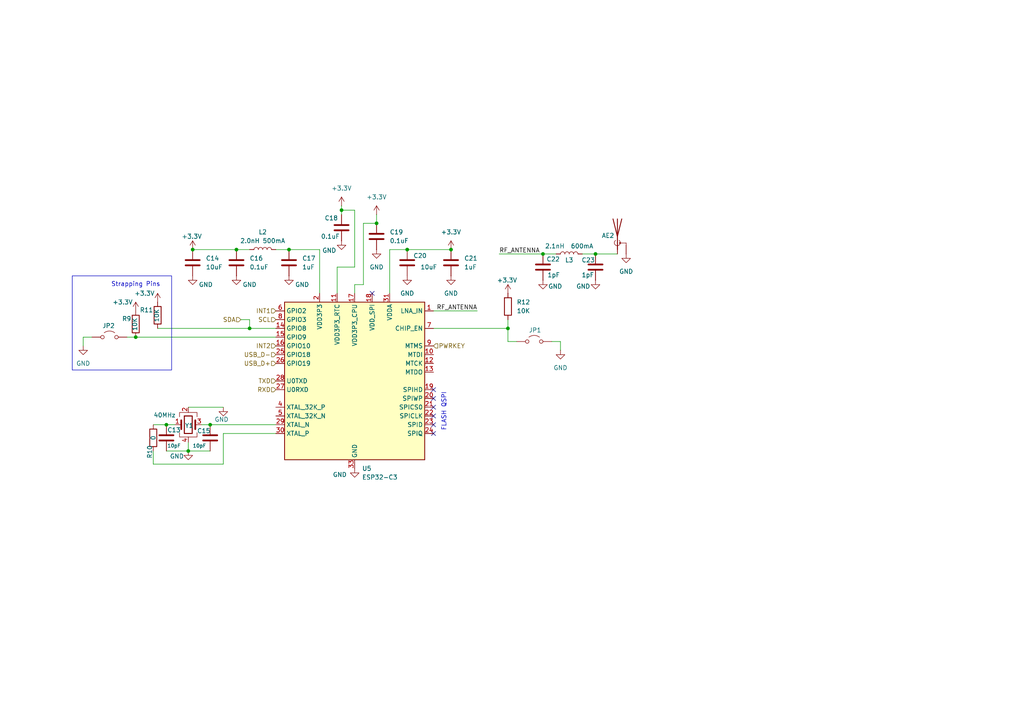
<source format=kicad_sch>
(kicad_sch (version 20250114) (generator "eeschema") (generator_version "9.0")
  (paper "A4")
  (lib_symbols
    (symbol "Device:Antenna_Shield" (pin_numbers (hide yes)) (pin_names (offset 1.016) (hide yes))
      (property "Reference" "AE" (at -1.905 4.445 0))
      (property "Value" "Antenna_Shield" (at -1.905 2.54 0))
      (symbol "Antenna_Shield_0_1"
        (arc (start 0 -2.667) (mid -0.8485 -2.1032) (end -0.508 -1.143))
        (polyline (pts (xy 0 5.08) (xy 0 -3.81)) (stroke (width 0.254)))
        (polyline (pts (xy 0 -2.54) (xy 0 0)))
        (arc (start 0.508 -1.143) (mid 0.8046 -2.0885) (end 0 -2.667))
        (polyline (pts (xy 0.762 -1.905) (xy 2.54 -1.905)))
        (circle (center 0.762 -1.905) (radius 0.1778) (fill (type outline)))
        (polyline (pts (xy 1.27 5.08) (xy 0 0) (xy -1.27 5.08)) (stroke (width 0.254)))
        (polyline (pts (xy 2.54 -2.54) (xy 2.54 -1.905)))
      )
      (symbol "Antenna_Shield_1_1"
        (pin input line (at 0 -5.08 90) (length 2.54) (name "A") (number "1"))
        (pin input line (at 2.54 -5.08 90) (length 2.54) (name "Shield") (number "2"))
      )
    )
    (symbol "Device:C" (pin_numbers (hide yes)) (pin_names (offset 0.254))
      (property "Reference" "C" (at 0.635 2.54 0))
      (property "Value" "C" (at 0.635 -2.54 0))
      (symbol "C_0_1"
        (polyline (pts (xy -2.032 0.762) (xy 2.032 0.762)) (stroke (width 0.508)))
        (polyline (pts (xy -2.032 -0.762) (xy 2.032 -0.762)) (stroke (width 0.508)))
      )
      (symbol "C_1_1"
        (pin passive line (at 0 3.81 270) (length 2.794) (name "~") (number "1"))
        (pin passive line (at 0 -3.81 90) (length 2.794) (name "~") (number "2"))
      )
    )
    (symbol "Device:Crystal_GND24" (pin_names (offset 1.016) (hide yes))
      (property "Reference" "Y" (at 3.175 5.08 0))
      (property "Value" "Crystal_GND24" (at 3.175 3.175 0))
      (symbol "Crystal_GND24_0_1"
        (polyline (pts (xy -2.54 2.286) (xy -2.54 3.556) (xy 2.54 3.556) (xy 2.54 2.286)))
        (polyline (pts (xy -2.54 0) (xy -2.032 0)))
        (polyline (pts (xy -2.54 -2.286) (xy -2.54 -3.556) (xy 2.54 -3.556) (xy 2.54 -2.286)))
        (polyline (pts (xy -2.032 -1.27) (xy -2.032 1.27)) (stroke (width 0.508)))
        (rectangle (start -1.143 2.54) (end 1.143 -2.54) (stroke (width 0.3048)))
        (polyline (pts (xy 0 3.556) (xy 0 3.81)))
        (polyline (pts (xy 0 -3.81) (xy 0 -3.556)))
        (polyline (pts (xy 2.032 0) (xy 2.54 0)))
        (polyline (pts (xy 2.032 -1.27) (xy 2.032 1.27)) (stroke (width 0.508)))
      )
      (symbol "Crystal_GND24_1_1"
        (pin passive line (at -3.81 0 0) (length 1.27) (name "1") (number "1"))
        (pin passive line (at 0 5.08 270) (length 1.27) (name "2") (number "2"))
        (pin passive line (at 0 -5.08 90) (length 1.27) (name "4") (number "4"))
        (pin passive line (at 3.81 0 180) (length 1.27) (name "3") (number "3"))
      )
    )
    (symbol "Device:L" (pin_numbers (hide yes)) (pin_names (offset 1.016) (hide yes))
      (property "Reference" "L" (at -1.27 0 90))
      (property "Value" "L" (at 1.905 0 90))
      (symbol "L_0_1"
        (arc (start 0 2.54) (mid 0.6323 1.905) (end 0 1.27))
        (arc (start 0 1.27) (mid 0.6323 0.635) (end 0 0))
        (arc (start 0 0) (mid 0.6323 -0.635) (end 0 -1.27))
        (arc (start 0 -1.27) (mid 0.6323 -1.905) (end 0 -2.54))
      )
      (symbol "L_1_1"
        (pin passive line (at 0 3.81 270) (length 1.27) (name "1") (number "1"))
        (pin passive line (at 0 -3.81 90) (length 1.27) (name "2") (number "2"))
      )
    )
    (symbol "Device:R" (pin_numbers (hide yes)) (pin_names (offset 0))
      (property "Reference" "R" (at 2.032 0 90))
      (property "Value" "R" (at 0 0 90))
      (symbol "R_0_1"
        (rectangle (start -1.016 -2.54) (end 1.016 2.54) (stroke (width 0.254)))
      )
      (symbol "R_1_1"
        (pin passive line (at 0 3.81 270) (length 1.27) (name "~") (number "1"))
        (pin passive line (at 0 -3.81 90) (length 1.27) (name "~") (number "2"))
      )
    )
    (symbol "Jumper:Jumper_2_Open" (pin_numbers (hide yes)) (pin_names (offset 0) (hide yes)) (exclude_from_sim yes)
      (property "Reference" "JP" (at 0 2.794 0))
      (property "Value" "Jumper_2_Open" (at 0 -2.286 0))
      (symbol "Jumper_2_Open_0_0"
        (circle (center -2.032 0) (radius 0.508))
        (circle (center 2.032 0) (radius 0.508))
      )
      (symbol "Jumper_2_Open_0_1"
        (arc (start -1.524 1.27) (mid 0 1.778) (end 1.524 1.27))
      )
      (symbol "Jumper_2_Open_1_1"
        (pin passive line (at -5.08 0 0) (length 2.54) (name "A") (number "1"))
        (pin passive line (at 5.08 0 180) (length 2.54) (name "B") (number "2"))
      )
    )
    (symbol "MCU_Espressif:ESP32-C3"
      (property "Reference" "U" (at -17.272 23.876 0))
      (property "Value" "ESP32-C3" (at 16.256 23.876 0))
      (symbol "ESP32-C3_1_1"
        (rectangle (start -20.32 22.86) (end 20.32 -22.86) (stroke (width 0.254)) (fill (type background)))
        (pin bidirectional line (at -22.86 20.32 0) (length 2.54) (name "GPIO2") (number "6"))
        (pin bidirectional line (at -22.86 17.78 0) (length 2.54) (name "GPIO3") (number "8"))
        (pin bidirectional line (at -22.86 15.24 0) (length 2.54) (name "GPIO8") (number "14"))
        (pin bidirectional line (at -22.86 12.7 0) (length 2.54) (name "GPIO9") (number "15"))
        (pin bidirectional line (at -22.86 10.16 0) (length 2.54) (name "GPIO10") (number "16"))
        (pin bidirectional line (at -22.86 7.62 0) (length 2.54) (name "GPIO18") (number "25"))
        (pin bidirectional line (at -22.86 5.08 0) (length 2.54) (name "GPIO19") (number "26"))
        (pin bidirectional line (at -22.86 0 0) (length 2.54) (name "U0TXD") (number "28"))
        (pin bidirectional line (at -22.86 -2.54 0) (length 2.54) (name "U0RXD") (number "27"))
        (pin bidirectional line (at -22.86 -7.62 0) (length 2.54) (name "XTAL_32K_P") (number "4"))
        (pin bidirectional line (at -22.86 -10.16 0) (length 2.54) (name "XTAL_32K_N") (number "5"))
        (pin bidirectional line (at -22.86 -12.7 0) (length 2.54) (name "XTAL_N") (number "29"))
        (pin bidirectional line (at -22.86 -15.24 0) (length 2.54) (name "XTAL_P") (number "30"))
        (pin power_in line (at -10.16 25.4 270) (length 2.54) (name "VDD3P3") (number "2"))
        (pin passive line (at -10.16 25.4 270) (length 2.54) (hide yes) (name "VDD3P3") (number "3"))
        (pin power_in line (at -5.08 25.4 270) (length 2.54) (name "VDD3P3_RTC") (number "11"))
        (pin power_in line (at 0 25.4 270) (length 2.54) (name "VDD3P3_CPU") (number "17"))
        (pin power_in line (at 0 -25.4 90) (length 2.54) (name "GND") (number "33"))
        (pin power_out line (at 5.08 25.4 270) (length 2.54) (name "VDD_SPI") (number "18"))
        (pin power_in line (at 10.16 25.4 270) (length 2.54) (name "VDDA") (number "31"))
        (pin passive line (at 10.16 25.4 270) (length 2.54) (hide yes) (name "VDDA") (number "32"))
        (pin bidirectional line (at 22.86 20.32 180) (length 2.54) (name "LNA_IN") (number "1"))
        (pin bidirectional line (at 22.86 15.24 180) (length 2.54) (name "CHIP_EN") (number "7"))
        (pin bidirectional line (at 22.86 10.16 180) (length 2.54) (name "MTMS") (number "9"))
        (pin bidirectional line (at 22.86 7.62 180) (length 2.54) (name "MTDI") (number "10"))
        (pin bidirectional line (at 22.86 5.08 180) (length 2.54) (name "MTCK") (number "12"))
        (pin bidirectional line (at 22.86 2.54 180) (length 2.54) (name "MTDO") (number "13"))
        (pin bidirectional line (at 22.86 -2.54 180) (length 2.54) (name "SPIHD") (number "19"))
        (pin bidirectional line (at 22.86 -5.08 180) (length 2.54) (name "SPIWP") (number "20"))
        (pin bidirectional line (at 22.86 -7.62 180) (length 2.54) (name "SPICS0") (number "21"))
        (pin bidirectional line (at 22.86 -10.16 180) (length 2.54) (name "SPICLK") (number "22"))
        (pin bidirectional line (at 22.86 -12.7 180) (length 2.54) (name "SPID") (number "23"))
        (pin bidirectional line (at 22.86 -15.24 180) (length 2.54) (name "SPIQ") (number "24"))
      )
    )
    (symbol "power:+3.3V" (power) (pin_numbers (hide yes)) (pin_names (offset 0) (hide yes))
      (property "Value" "+3.3V" (at 0 3.556 0))
      (symbol "+3.3V_0_1"
        (polyline (pts (xy -0.762 1.27) (xy 0 2.54)))
        (polyline (pts (xy 0 2.54) (xy 0.762 1.27)))
        (polyline (pts (xy 0 0) (xy 0 2.54)))
      )
      (symbol "+3.3V_1_1"
        (pin power_in line (at 0 0 90) (length 0) (name "~") (number "1"))
      )
    )
    (symbol "power:GND" (power) (pin_numbers (hide yes)) (pin_names (offset 0) (hide yes))
      (property "Value" "GND" (at 0 -3.81 0))
      (symbol "GND_0_1"
        (polyline (pts (xy 0 0) (xy 0 -1.27) (xy 1.27 -1.27) (xy 0 -2.54) (xy -1.27 -1.27) (xy 0 -1.27)))
      )
      (symbol "GND_1_1"
        (pin power_in line (at 0 0 270) (length 0) (name "~") (number "1"))
      )
    )
  )
  (rectangle (start 20.955 80.01) (end 49.784 107.315))
  (text "Strapping Pins\n" (at 39.37 82.55 0) (effects (font (size 1.27 1.27))))
  (text "FLASH QSPI" (at 128.778 119.38 90) (effects (font (size 1.27 1.27))))
  (junction (at 99.06 60.96))
  (junction (at 48.26 123.19))
  (junction (at 118.11 72.39))
  (junction (at 72.39 95.25))
  (junction (at 157.48 73.66))
  (junction (at 109.22 64.77))
  (junction (at 55.88 72.39))
  (junction (at 83.82 72.39))
  (junction (at 130.81 72.39))
  (junction (at 60.96 123.19))
  (junction (at 147.32 95.25))
  (junction (at 54.61 130.81))
  (junction (at 68.58 72.39))
  (junction (at 39.37 97.79))
  (junction (at 172.72 73.66))
  (no_connect (at 125.73 125.73))
  (no_connect (at 107.95 85.09))
  (no_connect (at 125.73 120.65))
  (no_connect (at 125.73 123.19))
  (no_connect (at 125.73 118.11))
  (no_connect (at 125.73 115.57))
  (no_connect (at 125.73 113.03))
  (wire (pts (xy 105.41 64.77) (xy 105.41 82.55)))
  (wire (pts (xy 48.26 130.81) (xy 54.61 130.81)))
  (wire (pts (xy 39.37 97.79) (xy 36.83 97.79)))
  (wire (pts (xy 69.85 92.71) (xy 72.39 92.71)))
  (wire (pts (xy 92.71 72.39) (xy 92.71 85.09)))
  (wire (pts (xy 147.32 99.06) (xy 149.86 99.06)))
  (wire (pts (xy 24.13 97.79) (xy 26.67 97.79)))
  (wire (pts (xy 64.77 118.11) (xy 54.61 118.11)))
  (wire (pts (xy 64.77 134.62) (xy 64.77 125.73)))
  (wire (pts (xy 144.78 73.66) (xy 157.48 73.66)))
  (wire (pts (xy 109.22 64.77) (xy 105.41 64.77)))
  (wire (pts (xy 162.56 99.06) (xy 160.02 99.06)))
  (wire (pts (xy 162.56 101.6) (xy 162.56 99.06)))
  (wire (pts (xy 68.58 72.39) (xy 72.39 72.39)))
  (wire (pts (xy 147.32 99.06) (xy 147.32 95.25)))
  (wire (pts (xy 113.03 72.39) (xy 113.03 85.09)))
  (wire (pts (xy 80.01 72.39) (xy 83.82 72.39)))
  (wire (pts (xy 97.79 77.47) (xy 102.87 77.47)))
  (wire (pts (xy 147.32 92.71) (xy 147.32 95.25)))
  (wire (pts (xy 99.06 60.96) (xy 99.06 62.23)))
  (wire (pts (xy 64.77 125.73) (xy 80.01 125.73)))
  (wire (pts (xy 80.01 97.79) (xy 39.37 97.79)))
  (wire (pts (xy 118.11 72.39) (xy 113.03 72.39)))
  (wire (pts (xy 118.11 72.39) (xy 130.81 72.39)))
  (wire (pts (xy 44.45 134.62) (xy 64.77 134.62)))
  (wire (pts (xy 99.06 60.96) (xy 102.87 60.96)))
  (wire (pts (xy 172.72 73.66) (xy 179.07 73.66)))
  (wire (pts (xy 99.06 59.69) (xy 99.06 60.96)))
  (wire (pts (xy 102.87 82.55) (xy 102.87 85.09)))
  (wire (pts (xy 168.91 73.66) (xy 172.72 73.66)))
  (wire (pts (xy 55.88 72.39) (xy 68.58 72.39)))
  (wire (pts (xy 72.39 92.71) (xy 72.39 95.25)))
  (wire (pts (xy 60.96 123.19) (xy 80.01 123.19)))
  (wire (pts (xy 54.61 130.81) (xy 54.61 128.27)))
  (wire (pts (xy 24.13 100.33) (xy 24.13 97.79)))
  (wire (pts (xy 102.87 60.96) (xy 102.87 77.47)))
  (wire (pts (xy 83.82 72.39) (xy 92.71 72.39)))
  (wire (pts (xy 60.96 130.81) (xy 54.61 130.81)))
  (wire (pts (xy 138.43 90.17) (xy 125.73 90.17)))
  (wire (pts (xy 44.45 123.19) (xy 48.26 123.19)))
  (wire (pts (xy 44.45 130.81) (xy 44.45 134.62)))
  (wire (pts (xy 125.73 95.25) (xy 147.32 95.25)))
  (wire (pts (xy 161.29 73.66) (xy 157.48 73.66)))
  (wire (pts (xy 97.79 77.47) (xy 97.79 85.09)))
  (wire (pts (xy 72.39 95.25) (xy 80.01 95.25)))
  (wire (pts (xy 105.41 82.55) (xy 102.87 82.55)))
  (wire (pts (xy 109.22 62.23) (xy 109.22 64.77)))
  (wire (pts (xy 58.42 123.19) (xy 60.96 123.19)))
  (wire (pts (xy 45.72 95.25) (xy 72.39 95.25)))
  (wire (pts (xy 48.26 123.19) (xy 50.8 123.19)))
  (label "RF_ANTENNA" (at 144.78 73.66 0))
  (label "RF_ANTENNA" (at 138.43 90.17 180))
  (hierarchical_label "INT2" (shape input) (at 80.01 100.33 180))
  (hierarchical_label "SDA" (shape input) (at 69.85 92.71 180))
  (hierarchical_label "PWRKEY" (shape input) (at 125.73 100.33 0))
  (hierarchical_label "TXD" (shape input) (at 80.01 110.49 180))
  (hierarchical_label "USB_D+" (shape input) (at 80.01 105.41 180))
  (hierarchical_label "RXD" (shape input) (at 80.01 113.03 180))
  (hierarchical_label "USB_D-" (shape input) (at 80.01 102.87 180))
  (hierarchical_label "SCL" (shape input) (at 80.01 92.71 180))
  (hierarchical_label "INT1" (shape input) (at 80.01 90.17 180))
  (symbol (lib_id "power:GND") (at 64.77 118.11 0) (unit 1)
    (property "Reference" "#PWR023" (effects (hide yes)))
    (property "Value" "GND" (at 64.262 121.666 0))
    (property "Description" "Power symbol creates a global label with name \"GND\" , ground" (effects (hide yes)))
  )
  (symbol (lib_id "power:+3.3V") (at 99.06 59.69 0) (unit 1)
    (property "Reference" "#PWR026" (effects (hide yes)))
    (property "Value" "+3.3V" (at 99.06 54.61 0))
    (property "Description" "Power symbol creates a global label with name \"+3.3V\"" (effects (hide yes)))
  )
  (symbol (lib_id "power:+3.3V") (at 109.22 62.23 0) (unit 1)
    (property "Reference" "#PWR029" (effects (hide yes)))
    (property "Value" "+3.3V" (at 109.22 57.15 0))
    (property "Description" "Power symbol creates a global label with name \"+3.3V\"" (effects (hide yes)))
  )
  (symbol (lib_id "Device:C") (at 48.26 127 0) (unit 1)
    (property "Reference" "C13" (at 48.514 124.714 0) (effects (justify left)))
    (property "Value" "10pF" (at 48.514 129.286 0) (effects (font (size 1.016 1.016)) (justify left)))
    (property "Footprint" "Capacitor_SMD:C_0201_0603Metric" (effects (hide yes)))
    (property "Description" "Unpolarized capacitor" (effects (hide yes)))
  )
  (symbol (lib_id "power:+3.3V") (at 147.32 85.09 0) (unit 1)
    (property "Reference" "#PWR034" (effects (hide yes)))
    (property "Value" "+3.3V" (at 147.066 81.28 0))
    (property "Description" "Power symbol creates a global label with name \"+3.3V\"" (effects (hide yes)))
  )
  (symbol (lib_id "Device:C") (at 109.22 68.58 0) (unit 1)
    (property "Reference" "C19" (at 113.03 67.3099 0) (effects (justify left)))
    (property "Value" "0.1uF" (at 113.03 69.8499 0) (effects (justify left)))
    (property "Footprint" "Capacitor_SMD:C_0201_0603Metric" (effects (hide yes)))
    (property "Description" "Unpolarized capacitor" (effects (hide yes)))
  )
  (symbol (lib_id "power:+3.3V") (at 39.37 90.17 0) (mirror y) (unit 1)
    (property "Reference" "#PWR018" (effects (hide yes)))
    (property "Value" "+3.3V" (at 35.56 87.63 0))
    (property "Description" "Power symbol creates a global label with name \"+3.3V\"" (effects (hide yes)))
  )
  (symbol (lib_id "Device:C") (at 99.06 66.04 0) (mirror y) (unit 1)
    (property "Reference" "C18" (at 98.044 63.246 0) (effects (justify left)))
    (property "Value" "0.1uF" (at 98.552 68.58 0) (effects (justify left)))
    (property "Footprint" "Capacitor_SMD:C_0201_0603Metric" (effects (hide yes)))
    (property "Description" "Unpolarized capacitor" (effects (hide yes)))
  )
  (symbol (lib_id "Jumper:Jumper_2_Open") (at 154.94 99.06 0) (unit 1) (exclude_from_sim yes)
    (property "Reference" "JP1" (at 155.194 95.758 0))
    (property "Value" "Jumper_2_Open" (effects (hide yes)))
    (property "Description" "Jumper, 2-pole, open" (effects (hide yes)))
  )
  (symbol (lib_id "Device:C") (at 130.81 76.2 0) (unit 1)
    (property "Reference" "C21" (at 134.62 74.9299 0) (effects (justify left)))
    (property "Value" "1uF" (at 134.62 77.4699 0) (effects (justify left)))
    (property "Footprint" "Capacitor_SMD:C_0201_0603Metric" (effects (hide yes)))
    (property "Description" "Unpolarized capacitor" (effects (hide yes)))
  )
  (symbol (lib_id "Device:R") (at 44.45 127 180) (unit 1)
    (property "Reference" "R10" (at 43.434 131.064 90))
    (property "Value" "0" (at 44.45 127 90))
    (property "Footprint" "Resistor_SMD:R_0201_0603Metric" (effects (hide yes)))
    (property "Description" "Resistor" (effects (hide yes)))
  )
  (symbol (lib_id "power:GND") (at 118.11 80.01 0) (mirror y) (unit 1)
    (property "Reference" "#PWR031" (effects (hide yes)))
    (property "Value" "GND" (at 118.11 85.09 0))
    (property "Description" "Power symbol creates a global label with name \"GND\" , ground" (effects (hide yes)))
  )
  (symbol (lib_id "power:GND") (at 83.82 80.01 0) (unit 1)
    (property "Reference" "#PWR025" (effects (hide yes)))
    (property "Value" "GND" (at 87.63 82.55 0))
    (property "Description" "Power symbol creates a global label with name \"GND\" , ground" (effects (hide yes)))
  )
  (symbol (lib_id "Device:C") (at 60.96 127 0) (unit 1)
    (property "Reference" "C15" (at 57.15 124.968 0) (effects (justify left)))
    (property "Value" "10pF" (at 55.88 129.286 0) (effects (font (size 1.016 1.016)) (justify left)))
    (property "Footprint" "Capacitor_SMD:C_0201_0603Metric" (effects (hide yes)))
    (property "Description" "Unpolarized capacitor" (effects (hide yes)))
  )
  (symbol (lib_id "power:+3.3V") (at 130.81 72.39 0) (mirror y) (unit 1)
    (property "Reference" "#PWR032" (effects (hide yes)))
    (property "Value" "+3.3V" (at 130.81 67.31 0))
    (property "Description" "Power symbol creates a global label with name \"+3.3V\"" (effects (hide yes)))
  )
  (symbol (lib_id "power:GND") (at 54.61 130.81 0) (unit 1)
    (property "Reference" "#PWR020" (effects (hide yes)))
    (property "Value" "GND" (at 51.308 132.334 0))
    (property "Description" "Power symbol creates a global label with name \"GND\" , ground" (effects (hide yes)))
  )
  (symbol (lib_id "power:GND") (at 24.13 100.33 0) (mirror y) (unit 1)
    (property "Reference" "#PWR040" (effects (hide yes)))
    (property "Value" "GND" (at 24.13 105.41 0))
    (property "Description" "Power symbol creates a global label with name \"GND\" , ground" (effects (hide yes)))
  )
  (symbol (lib_id "Device:C") (at 157.48 77.47 0) (unit 1)
    (property "Reference" "C22" (at 158.496 75.184 0) (effects (justify left)))
    (property "Value" "1pF" (at 158.75 79.756 0) (effects (justify left)))
    (property "Footprint" "Capacitor_SMD:C_0201_0603Metric" (effects (hide yes)))
    (property "Description" "Unpolarized capacitor" (effects (hide yes)))
  )
  (symbol (lib_id "Device:R") (at 147.32 88.9 0) (unit 1)
    (property "Reference" "R12" (at 149.86 87.6299 0) (effects (justify left)))
    (property "Value" "10K" (at 149.86 90.1699 0) (effects (justify left)))
    (property "Footprint" "Resistor_SMD:R_0201_0603Metric" (effects (hide yes)))
    (property "Description" "Resistor" (effects (hide yes)))
  )
  (symbol (lib_id "Device:R") (at 45.72 91.44 0) (mirror y) (unit 1)
    (property "Reference" "R11" (at 44.45 89.916 0) (effects (justify left)))
    (property "Value" "10K" (at 45.466 93.472 90) (effects (justify left)))
    (property "Footprint" "Resistor_SMD:R_0201_0603Metric" (effects (hide yes)))
    (property "Description" "Resistor" (effects (hide yes)))
  )
  (symbol (lib_id "Device:C") (at 83.82 76.2 0) (unit 1)
    (property "Reference" "C17" (at 87.63 74.9299 0) (effects (justify left)))
    (property "Value" "1uF" (at 87.63 77.4699 0) (effects (justify left)))
    (property "Footprint" "Capacitor_SMD:C_0201_0603Metric" (effects (hide yes)))
    (property "Description" "Unpolarized capacitor" (effects (hide yes)))
  )
  (symbol (lib_id "Device:C") (at 118.11 76.2 0) (unit 1)
    (property "Reference" "C20" (at 119.888 74.168 0) (effects (justify left)))
    (property "Value" "10uF" (at 121.92 77.4699 0) (effects (justify left)))
    (property "Footprint" "Capacitor_SMD:C_0402_1005Metric" (effects (hide yes)))
    (property "Description" "Unpolarized capacitor" (effects (hide yes)))
  )
  (symbol (lib_id "power:GND") (at 102.87 135.89 0) (unit 1)
    (property "Reference" "#PWR028" (effects (hide yes)))
    (property "Value" "GND" (at 98.552 137.668 0))
    (property "Description" "Power symbol creates a global label with name \"GND\" , ground" (effects (hide yes)))
  )
  (symbol (lib_id "power:GND") (at 130.81 80.01 0) (mirror y) (unit 1)
    (property "Reference" "#PWR033" (effects (hide yes)))
    (property "Value" "GND" (at 130.81 85.09 0))
    (property "Description" "Power symbol creates a global label with name \"GND\" , ground" (effects (hide yes)))
  )
  (symbol (lib_id "Device:C") (at 55.88 76.2 0) (unit 1)
    (property "Reference" "C14" (at 59.69 74.9299 0) (effects (justify left)))
    (property "Value" "10uF" (at 59.69 77.4699 0) (effects (justify left)))
    (property "Footprint" "Capacitor_SMD:C_0402_1005Metric" (effects (hide yes)))
    (property "Description" "Unpolarized capacitor" (effects (hide yes)))
  )
  (symbol (lib_id "Device:Crystal_GND24") (at 54.61 123.19 0) (unit 1)
    (property "Reference" "Y1" (at 54.864 123.444 0))
    (property "Value" "40MHz" (at 47.752 120.396 0))
    (property "Footprint" "Oscillator:Oscillator_SMD_Abracon_ASCO-4Pin_1.6x1.2mm" (effects (hide yes)))
    (property "Description" "Four pin crystal, GND on pins 2 and 4" (effects (hide yes)))
  )
  (symbol (lib_id "power:+3.3V") (at 55.88 72.39 0) (unit 1)
    (property "Reference" "#PWR021" (effects (hide yes)))
    (property "Value" "+3.3V" (at 55.626 68.58 0))
    (property "Description" "Power symbol creates a global label with name \"+3.3V\"" (effects (hide yes)))
  )
  (symbol (lib_id "Device:C") (at 172.72 77.47 0) (unit 1)
    (property "Reference" "C23" (at 168.656 75.438 0) (effects (justify left)))
    (property "Value" "1pF" (at 168.656 79.756 0) (effects (justify left)))
    (property "Footprint" "Capacitor_SMD:C_0201_0603Metric" (effects (hide yes)))
    (property "Description" "Unpolarized capacitor" (effects (hide yes)))
  )
  (symbol (lib_id "power:GND") (at 181.61 73.66 0) (unit 1)
    (property "Reference" "#PWR038" (effects (hide yes)))
    (property "Value" "GND" (at 181.61 78.74 0))
    (property "Description" "Power symbol creates a global label with name \"GND\" , ground" (effects (hide yes)))
  )
  (symbol (lib_id "power:GND") (at 99.06 69.85 0) (mirror y) (unit 1)
    (property "Reference" "#PWR027" (effects (hide yes)))
    (property "Value" "GND" (at 95.504 72.644 0))
    (property "Description" "Power symbol creates a global label with name \"GND\" , ground" (effects (hide yes)))
  )
  (symbol (lib_id "power:GND") (at 172.72 81.28 0) (unit 1)
    (property "Reference" "#PWR037" (effects (hide yes)))
    (property "Value" "GND" (at 169.164 83.058 0))
    (property "Description" "Power symbol creates a global label with name \"GND\" , ground" (effects (hide yes)))
  )
  (symbol (lib_id "power:+3.3V") (at 45.72 87.63 0) (mirror y) (unit 1)
    (property "Reference" "#PWR019" (effects (hide yes)))
    (property "Value" "+3.3V" (at 41.91 85.09 0))
    (property "Description" "Power symbol creates a global label with name \"+3.3V\"" (effects (hide yes)))
  )
  (symbol (lib_id "Device:C") (at 68.58 76.2 0) (unit 1)
    (property "Reference" "C16" (at 72.39 74.9299 0) (effects (justify left)))
    (property "Value" "0.1uF" (at 72.39 77.4699 0) (effects (justify left)))
    (property "Footprint" "Capacitor_SMD:C_0201_0603Metric" (effects (hide yes)))
    (property "Description" "Unpolarized capacitor" (effects (hide yes)))
  )
  (symbol (lib_id "MCU_Espressif:ESP32-C3") (at 102.87 110.49 0) (unit 1)
    (property "Reference" "U5" (at 105.0133 135.89 0) (effects (justify left)))
    (property "Value" "ESP32-C3" (at 105.0133 138.43 0) (effects (justify left)))
    (property "Footprint" "Package_DFN_QFN:QFN-32-1EP_5x5mm_P0.5mm_EP3.7x3.7mm" (effects (hide yes)))
    (property "Datasheet" "https://www.espressif.com/sites/default/files/documentation/esp32-c3_datasheet_en.pdf" (effects (hide yes)))
    (property "Description" "RF Module, ESP32 SoC, RISC-V, WiFi 802.11b/n/g, Bluetooth LE 5, QFN32" (effects (hide yes)))
  )
  (symbol (lib_id "Device:L") (at 76.2 72.39 90) (unit 1)
    (property "Reference" "L2" (at 76.2 67.31 90))
    (property "Value" "2.0nH 500mA" (at 76.2 69.85 90))
    (property "Footprint" "Inductor_SMD:L_0201_0603Metric" (effects (hide yes)))
    (property "Description" "Inductor" (effects (hide yes)))
  )
  (symbol (lib_id "Device:Antenna_Shield") (at 179.07 68.58 0) (unit 1)
    (property "Reference" "AE2" (at 174.498 68.326 0) (effects (justify left)))
    (property "Value" "Antenna_Shield" (effects (hide yes)))
    (property "Footprint" "Connector_PinHeader_1.00mm:PinHeader_1x02_P1.00mm_Vertical" (effects (hide yes)))
    (property "Description" "Antenna with extra pin for shielding" (effects (hide yes)))
  )
  (symbol (lib_id "Jumper:Jumper_2_Open") (at 31.75 97.79 0) (mirror y) (unit 1) (exclude_from_sim yes)
    (property "Reference" "JP2" (at 31.496 94.488 0))
    (property "Value" "Jumper_2_Open" (effects (hide yes)))
    (property "Description" "Jumper, 2-pole, open" (effects (hide yes)))
  )
  (symbol (lib_id "power:GND") (at 55.88 80.01 0) (unit 1)
    (property "Reference" "#PWR022" (effects (hide yes)))
    (property "Value" "GND" (at 59.69 82.55 0))
    (property "Description" "Power symbol creates a global label with name \"GND\" , ground" (effects (hide yes)))
  )
  (symbol (lib_id "power:GND") (at 68.58 80.01 0) (unit 1)
    (property "Reference" "#PWR024" (effects (hide yes)))
    (property "Value" "GND" (at 72.39 82.55 0))
    (property "Description" "Power symbol creates a global label with name \"GND\" , ground" (effects (hide yes)))
  )
  (symbol (lib_id "power:GND") (at 109.22 72.39 0) (unit 1)
    (property "Reference" "#PWR030" (effects (hide yes)))
    (property "Value" "GND" (at 109.22 77.47 0))
    (property "Description" "Power symbol creates a global label with name \"GND\" , ground" (effects (hide yes)))
  )
  (symbol (lib_id "Device:R") (at 39.37 93.98 0) (mirror y) (unit 1)
    (property "Reference" "R9" (at 38.1 92.456 0) (effects (justify left)))
    (property "Value" "10K" (at 39.116 96.012 90) (effects (justify left)))
    (property "Footprint" "Resistor_SMD:R_0201_0603Metric" (effects (hide yes)))
    (property "Description" "Resistor" (effects (hide yes)))
  )
  (symbol (lib_id "power:GND") (at 162.56 101.6 0) (unit 1)
    (property "Reference" "#PWR036" (effects (hide yes)))
    (property "Value" "GND" (at 162.56 106.68 0))
    (property "Description" "Power symbol creates a global label with name \"GND\" , ground" (effects (hide yes)))
  )
  (symbol (lib_id "power:GND") (at 157.48 81.28 0) (unit 1)
    (property "Reference" "#PWR035" (effects (hide yes)))
    (property "Value" "GND" (at 161.036 83.058 0))
    (property "Description" "Power symbol creates a global label with name \"GND\" , ground" (effects (hide yes)))
  )
  (symbol (lib_id "Device:L") (at 165.1 73.66 90) (unit 1)
    (property "Reference" "L3" (at 165.1 75.438 90))
    (property "Value" "2.1nH  600mA" (at 165.1 71.374 90))
    (property "Footprint" "Inductor_SMD:L_0201_0603Metric" (effects (hide yes)))
    (property "Description" "Inductor" (effects (hide yes)))
  )
)
</source>
